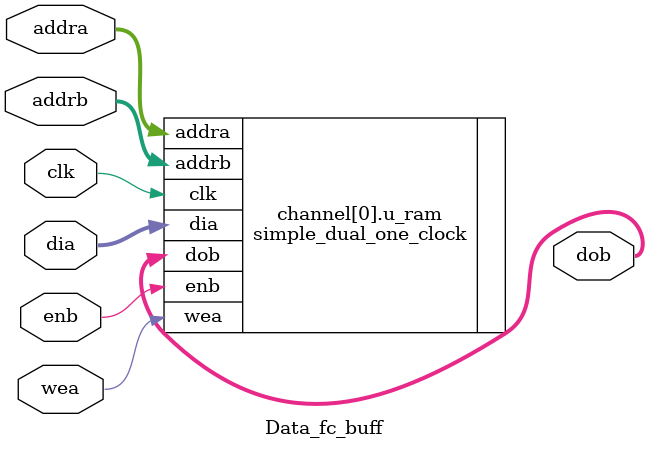
<source format=sv>

module Data_fc_buff #
(
    parameter SRAM_DEPTH=1024,
    parameter BAND_WIDTH=1,
    parameter DATA_WIDTH=8
)
(
    input   wire  clk,
    input   wire  wea,                                      //write
    input   wire  enb,                                                  //read
    input   wire  [$clog2(SRAM_DEPTH)-1:0] addra,           //write   
    input   wire  [$clog2(SRAM_DEPTH)+$clog2(BAND_WIDTH)-1:0] addrb,    //read
    
    input   reg   [DATA_WIDTH-1:0]  dia,                    //write
    output  reg   [DATA_WIDTH-1:0]  dob                                 //read
);

    genvar  i;
    generate
        for (i=0; i<BAND_WIDTH; i++) begin: channel
            simple_dual_one_clock #(
                .SRAM_DEPTH(SRAM_DEPTH),
                .DATA_WIDTH(DATA_WIDTH)
            )
            u_ram
            (
                .clk                    (clk),
                .wea                    (wea),
                .enb                    (enb),
                .addra                  (addra),
                .addrb                  (addrb[$clog2(SRAM_DEPTH)-1:0]),

                .dia                    (dia),
                .dob                    (dob)
            );
        end
    endgenerate
endmodule
</source>
